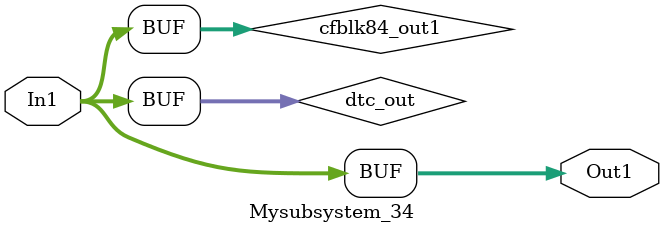
<source format=v>



`timescale 1 ns / 1 ns

module Mysubsystem_34
          (In1,
           Out1);


  input   [7:0] In1;  // uint8
  output  [7:0] Out1;  // uint8


  wire [7:0] dtc_out;  // ufix8
  wire [7:0] cfblk84_out1;  // uint8


  assign dtc_out = In1;



  assign cfblk84_out1 = dtc_out;



  assign Out1 = cfblk84_out1;

endmodule  // Mysubsystem_34


</source>
